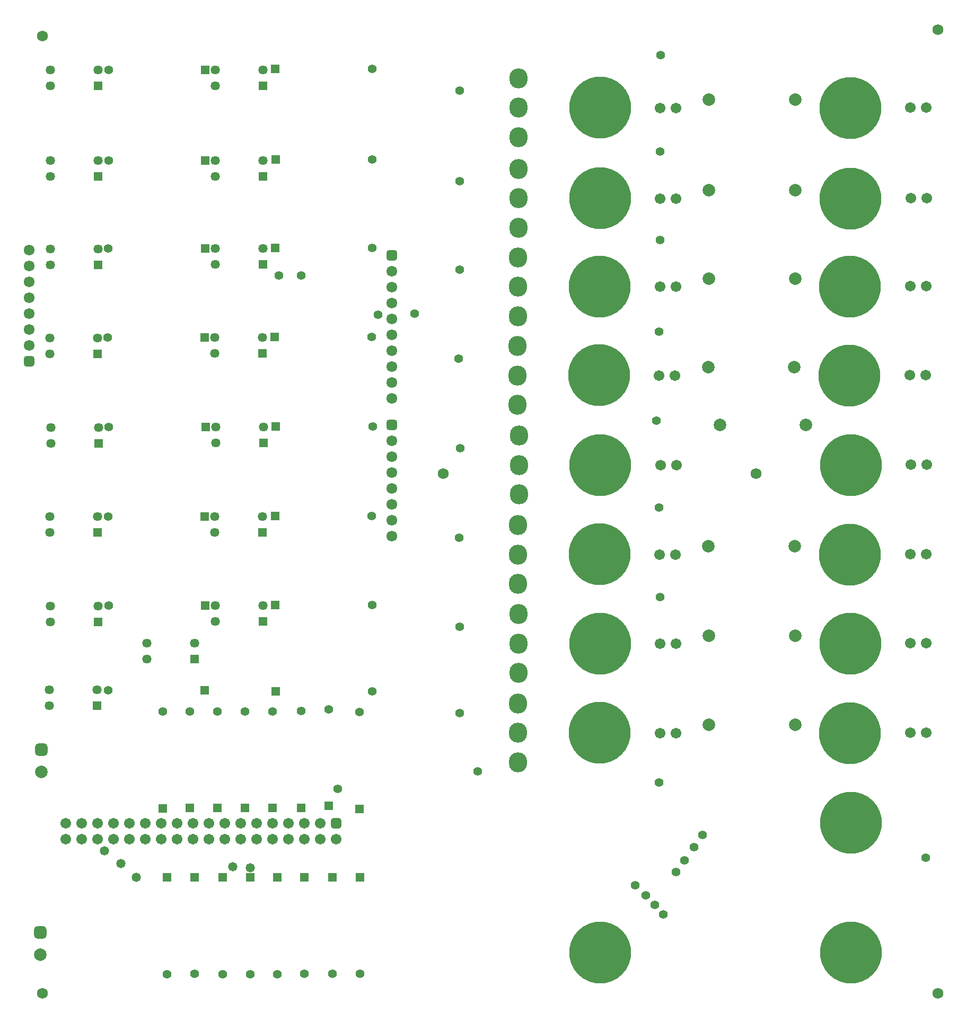
<source format=gts>
G04*
G04 #@! TF.GenerationSoftware,Altium Limited,Altium Designer,24.4.1 (13)*
G04*
G04 Layer_Color=8388736*
%FSLAX25Y25*%
%MOIN*%
G70*
G04*
G04 #@! TF.SameCoordinates,870DF38A-AD74-42CB-99D2-8A797F58AB83*
G04*
G04*
G04 #@! TF.FilePolarity,Negative*
G04*
G01*
G75*
%ADD16C,0.38976*%
%ADD17O,0.11430X0.12611*%
%ADD18R,0.05512X0.05512*%
%ADD19C,0.05512*%
%ADD20C,0.05761*%
%ADD21R,0.05761X0.05761*%
%ADD22R,0.05512X0.05512*%
%ADD23C,0.06706*%
%ADD24C,0.07887*%
G04:AMPARAMS|DCode=25|XSize=78.87mil|YSize=78.87mil|CornerRadius=21.72mil|HoleSize=0mil|Usage=FLASHONLY|Rotation=270.000|XOffset=0mil|YOffset=0mil|HoleType=Round|Shape=RoundedRectangle|*
%AMROUNDEDRECTD25*
21,1,0.07887,0.03543,0,0,270.0*
21,1,0.03543,0.07887,0,0,270.0*
1,1,0.04343,-0.01772,-0.01772*
1,1,0.04343,-0.01772,0.01772*
1,1,0.04343,0.01772,0.01772*
1,1,0.04343,0.01772,-0.01772*
%
%ADD25ROUNDEDRECTD25*%
G04:AMPARAMS|DCode=26|XSize=67.06mil|YSize=67.06mil|CornerRadius=18.76mil|HoleSize=0mil|Usage=FLASHONLY|Rotation=180.000|XOffset=0mil|YOffset=0mil|HoleType=Round|Shape=RoundedRectangle|*
%AMROUNDEDRECTD26*
21,1,0.06706,0.02953,0,0,180.0*
21,1,0.02953,0.06706,0,0,180.0*
1,1,0.03753,-0.01476,0.01476*
1,1,0.03753,0.01476,0.01476*
1,1,0.03753,0.01476,-0.01476*
1,1,0.03753,-0.01476,-0.01476*
%
%ADD26ROUNDEDRECTD26*%
%ADD27C,0.06784*%
G04:AMPARAMS|DCode=28|XSize=67.84mil|YSize=67.84mil|CornerRadius=18.96mil|HoleSize=0mil|Usage=FLASHONLY|Rotation=270.000|XOffset=0mil|YOffset=0mil|HoleType=Round|Shape=RoundedRectangle|*
%AMROUNDEDRECTD28*
21,1,0.06784,0.02992,0,0,270.0*
21,1,0.02992,0.06784,0,0,270.0*
1,1,0.03792,-0.01496,-0.01496*
1,1,0.03792,-0.01496,0.01496*
1,1,0.03792,0.01496,0.01496*
1,1,0.03792,0.01496,-0.01496*
%
%ADD28ROUNDEDRECTD28*%
%ADD29C,0.06800*%
%ADD30C,0.05800*%
%ADD31C,0.05524*%
D16*
X367600Y346400D02*
D03*
X524700Y571100D02*
D03*
X367300Y571300D02*
D03*
X524199Y402599D02*
D03*
X525100Y121300D02*
D03*
X524567Y177700D02*
D03*
X524767Y514100D02*
D03*
X524599Y458499D02*
D03*
X524399Y289999D02*
D03*
X524700Y233900D02*
D03*
X525000Y346200D02*
D03*
X525100Y39500D02*
D03*
X367300Y39600D02*
D03*
X367167Y177900D02*
D03*
X367300Y234100D02*
D03*
X366999Y290199D02*
D03*
X366799Y402799D02*
D03*
X367199Y458699D02*
D03*
X367367Y514300D02*
D03*
D17*
X315867Y159300D02*
D03*
Y177804D02*
D03*
Y196308D02*
D03*
X316000Y215500D02*
D03*
Y234004D02*
D03*
Y252508D02*
D03*
X315699Y271599D02*
D03*
Y290103D02*
D03*
Y308607D02*
D03*
X316300Y327800D02*
D03*
Y346304D02*
D03*
Y364808D02*
D03*
X315499Y384199D02*
D03*
Y402703D02*
D03*
Y421207D02*
D03*
X315899Y440099D02*
D03*
Y458603D02*
D03*
Y477107D02*
D03*
X316067Y495700D02*
D03*
Y514204D02*
D03*
Y532708D02*
D03*
X316000Y552700D02*
D03*
Y571204D02*
D03*
Y589708D02*
D03*
D18*
X199100Y87033D02*
D03*
X216500D02*
D03*
X95000Y86966D02*
D03*
X112500Y87000D02*
D03*
X130100Y86900D02*
D03*
X164600Y86933D02*
D03*
X147500D02*
D03*
X181600Y87000D02*
D03*
X216200Y130067D02*
D03*
X92400Y130267D02*
D03*
X109500Y130467D02*
D03*
X126900D02*
D03*
X144000D02*
D03*
X161400Y130567D02*
D03*
X179300Y130767D02*
D03*
X196800Y131900D02*
D03*
D19*
X199100Y26167D02*
D03*
X216500D02*
D03*
X95000Y26100D02*
D03*
X112500Y26134D02*
D03*
X130100Y26034D02*
D03*
X164600Y26067D02*
D03*
X147500D02*
D03*
X181600Y26134D02*
D03*
X216200Y190933D02*
D03*
X224133Y595500D02*
D03*
X58300Y595100D02*
D03*
X92400Y191133D02*
D03*
X109500Y191333D02*
D03*
X126900D02*
D03*
X144000D02*
D03*
X161400Y191433D02*
D03*
X179300Y191633D02*
D03*
X196800Y192766D02*
D03*
X224266Y204100D02*
D03*
X224133Y258300D02*
D03*
X223832Y314399D02*
D03*
X224433Y370600D02*
D03*
X223632Y426999D02*
D03*
X224032Y482899D02*
D03*
X224200Y538500D02*
D03*
X58000Y204600D02*
D03*
X58300Y257900D02*
D03*
X57999Y313999D02*
D03*
X58600Y370200D02*
D03*
X57799Y426599D02*
D03*
X58199Y482499D02*
D03*
X58367Y538100D02*
D03*
D20*
X21800Y584900D02*
D03*
Y594900D02*
D03*
X51800D02*
D03*
X21867Y527900D02*
D03*
Y537900D02*
D03*
X51867D02*
D03*
X21699Y472299D02*
D03*
Y482299D02*
D03*
X51699D02*
D03*
X51299Y426399D02*
D03*
X21299D02*
D03*
Y416399D02*
D03*
X22100Y360000D02*
D03*
Y370000D02*
D03*
X52100D02*
D03*
X21499Y303799D02*
D03*
Y313799D02*
D03*
X51499D02*
D03*
X21800Y247700D02*
D03*
Y257700D02*
D03*
X51800D02*
D03*
X21100Y194800D02*
D03*
Y204800D02*
D03*
X51100D02*
D03*
X125500Y585100D02*
D03*
Y595100D02*
D03*
X155500D02*
D03*
X125567Y528100D02*
D03*
Y538100D02*
D03*
X155567D02*
D03*
X125399Y472499D02*
D03*
Y482499D02*
D03*
X155399D02*
D03*
X124999Y416599D02*
D03*
Y426599D02*
D03*
X154999D02*
D03*
X125800Y360200D02*
D03*
Y370200D02*
D03*
X155800D02*
D03*
X125199Y303999D02*
D03*
Y313999D02*
D03*
X155199D02*
D03*
X155500Y257900D02*
D03*
X125500D02*
D03*
Y247900D02*
D03*
X112400Y234200D02*
D03*
X82400D02*
D03*
Y224200D02*
D03*
D21*
X51800Y584900D02*
D03*
X51867Y527900D02*
D03*
X51699Y472299D02*
D03*
X51299Y416399D02*
D03*
X52100Y360000D02*
D03*
X51499Y303799D02*
D03*
X51800Y247700D02*
D03*
X51100Y194800D02*
D03*
X155500Y585100D02*
D03*
X155567Y528100D02*
D03*
X155399Y472499D02*
D03*
X154999Y416599D02*
D03*
X155800Y360200D02*
D03*
X155199Y303999D02*
D03*
X155500Y247900D02*
D03*
X112400Y224200D02*
D03*
D22*
X163267Y595500D02*
D03*
X119166Y595100D02*
D03*
X163400Y204100D02*
D03*
X163267Y258300D02*
D03*
X162966Y314399D02*
D03*
X163567Y370600D02*
D03*
X162766Y426999D02*
D03*
X163166Y482899D02*
D03*
X163334Y538500D02*
D03*
X118866Y204600D02*
D03*
X119166Y257900D02*
D03*
X118866Y313999D02*
D03*
X119466Y370200D02*
D03*
X118666Y426599D02*
D03*
X119065Y482499D02*
D03*
X119233Y538100D02*
D03*
D23*
X572601Y571401D02*
D03*
X562601D02*
D03*
X415101Y571101D02*
D03*
X405101D02*
D03*
X562468Y178001D02*
D03*
X572468D02*
D03*
X562601Y234201D02*
D03*
X572601D02*
D03*
X562300Y290300D02*
D03*
X572300D02*
D03*
X562901Y346501D02*
D03*
X572901D02*
D03*
X562100Y402900D02*
D03*
X572100D02*
D03*
X562500Y458800D02*
D03*
X572500D02*
D03*
X562668Y514401D02*
D03*
X572668D02*
D03*
X404968Y177701D02*
D03*
X414968D02*
D03*
X405101Y233901D02*
D03*
X415101D02*
D03*
X404800Y290000D02*
D03*
X414800D02*
D03*
X405401Y346201D02*
D03*
X415401D02*
D03*
X404600Y402600D02*
D03*
X414600D02*
D03*
X405000Y458500D02*
D03*
X415000D02*
D03*
X405168Y514101D02*
D03*
X415168D02*
D03*
X61400Y110900D02*
D03*
Y120900D02*
D03*
X81400Y110900D02*
D03*
Y120900D02*
D03*
X91400Y110900D02*
D03*
Y120900D02*
D03*
X101400Y110900D02*
D03*
Y120900D02*
D03*
X111400Y110900D02*
D03*
Y120900D02*
D03*
X131400Y110900D02*
D03*
Y120900D02*
D03*
X151400Y110900D02*
D03*
Y120900D02*
D03*
X171400Y110900D02*
D03*
Y120900D02*
D03*
X201400Y110900D02*
D03*
X191400Y120900D02*
D03*
Y110900D02*
D03*
X181400Y120900D02*
D03*
Y110900D02*
D03*
X161400Y120900D02*
D03*
Y110900D02*
D03*
X141400Y120900D02*
D03*
Y110900D02*
D03*
X121400Y120900D02*
D03*
Y110900D02*
D03*
X71400Y120900D02*
D03*
Y110900D02*
D03*
X51400Y120900D02*
D03*
Y110900D02*
D03*
X41400Y120900D02*
D03*
X31400D02*
D03*
X41400Y110900D02*
D03*
X31400D02*
D03*
D24*
X435884Y576300D02*
D03*
X490116D02*
D03*
X16200Y153400D02*
D03*
X15600Y38400D02*
D03*
X489615Y407799D02*
D03*
X435383D02*
D03*
X489983Y182900D02*
D03*
X435751D02*
D03*
X490116Y239100D02*
D03*
X435884D02*
D03*
X442668Y371700D02*
D03*
X496900D02*
D03*
X489816Y295199D02*
D03*
X435583D02*
D03*
X490183Y519300D02*
D03*
X435951D02*
D03*
X490016Y463699D02*
D03*
X435783D02*
D03*
D25*
X16200Y167180D02*
D03*
X15600Y52179D02*
D03*
D26*
X201400Y120900D02*
D03*
D27*
X236400Y418400D02*
D03*
Y458400D02*
D03*
Y468400D02*
D03*
Y448400D02*
D03*
Y438400D02*
D03*
Y428400D02*
D03*
Y408400D02*
D03*
Y398400D02*
D03*
Y388400D02*
D03*
Y301700D02*
D03*
Y311700D02*
D03*
Y351700D02*
D03*
Y361700D02*
D03*
Y341700D02*
D03*
Y331700D02*
D03*
Y321700D02*
D03*
X8300Y481700D02*
D03*
Y471700D02*
D03*
Y431700D02*
D03*
Y421700D02*
D03*
Y441700D02*
D03*
Y451700D02*
D03*
Y461700D02*
D03*
D28*
X236400Y478400D02*
D03*
Y371700D02*
D03*
X8300Y411700D02*
D03*
D29*
X465600Y340780D02*
D03*
X579773Y620307D02*
D03*
Y14008D02*
D03*
X16781D02*
D03*
Y616370D02*
D03*
X268750Y340780D02*
D03*
D30*
X66000Y95700D02*
D03*
X55665Y103465D02*
D03*
X75800Y86966D02*
D03*
X136600Y93531D02*
D03*
X147500Y93100D02*
D03*
D31*
X415100Y90400D02*
D03*
X420300Y97700D02*
D03*
X426400Y105800D02*
D03*
X431800Y113500D02*
D03*
X405300Y604400D02*
D03*
X572100Y99400D02*
D03*
X407000Y63600D02*
D03*
X279000Y190200D02*
D03*
X279116Y244634D02*
D03*
X278816Y300733D02*
D03*
X279416Y356934D02*
D03*
X278616Y413333D02*
D03*
X279016Y469233D02*
D03*
X279183Y524834D02*
D03*
X279116Y581834D02*
D03*
X396000Y75500D02*
D03*
X401700Y69500D02*
D03*
X389500Y82000D02*
D03*
X290300Y153600D02*
D03*
X202400Y142500D02*
D03*
X404500Y146500D02*
D03*
X405101Y263400D02*
D03*
X404600Y319487D02*
D03*
X402900Y374400D02*
D03*
X227800Y441000D02*
D03*
X250700Y441700D02*
D03*
X404600Y430272D02*
D03*
X179500Y465600D02*
D03*
X165300D02*
D03*
X405000Y487999D02*
D03*
X405168Y543600D02*
D03*
M02*

</source>
